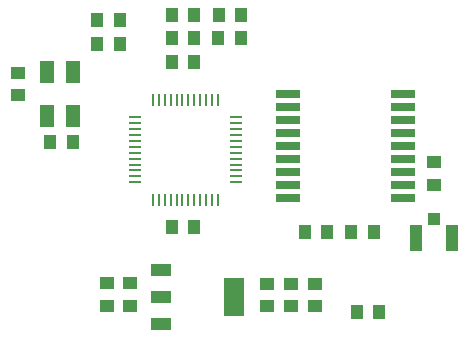
<source format=gbr>
G04 #@! TF.FileFunction,Paste,Top*
%FSLAX46Y46*%
G04 Gerber Fmt 4.6, Leading zero omitted, Abs format (unit mm)*
G04 Created by KiCad (PCBNEW 4.0.3-stable) date 12/05/16 18:01:04*
%MOMM*%
%LPD*%
G01*
G04 APERTURE LIST*
%ADD10C,0.100000*%
%ADD11R,1.140000X1.200000*%
%ADD12R,1.200000X1.140000*%
%ADD13R,1.700000X1.000000*%
%ADD14R,1.700000X3.300000*%
%ADD15R,2.000000X0.700000*%
%ADD16R,2.000000X0.800000*%
%ADD17R,1.000000X0.250000*%
%ADD18R,0.250000X1.000000*%
%ADD19R,1.200000X1.900000*%
%ADD20R,1.000000X1.100000*%
%ADD21R,1.050000X2.200000*%
G04 APERTURE END LIST*
D10*
D11*
X145000000Y-67000000D03*
X146900000Y-67000000D03*
D12*
X132000000Y-73850000D03*
X132000000Y-71950000D03*
X141500000Y-91650000D03*
X141500000Y-89750000D03*
X139500000Y-91650000D03*
X139500000Y-89750000D03*
X153100000Y-91700000D03*
X153100000Y-89800000D03*
X155100000Y-91700000D03*
X155100000Y-89800000D03*
D11*
X134700000Y-77800000D03*
X136600000Y-77800000D03*
X138700000Y-69500000D03*
X140600000Y-69500000D03*
X162550000Y-92200000D03*
X160650000Y-92200000D03*
X162100000Y-85400000D03*
X160200000Y-85400000D03*
D12*
X167200000Y-79500000D03*
X167200000Y-81400000D03*
X157100000Y-89800000D03*
X157100000Y-91700000D03*
D11*
X145000000Y-71000000D03*
X146900000Y-71000000D03*
X156250000Y-85400000D03*
X158150000Y-85400000D03*
X140600000Y-67500000D03*
X138700000Y-67500000D03*
X146900000Y-85000000D03*
X145000000Y-85000000D03*
X150900000Y-67000000D03*
X149000000Y-67000000D03*
X150850000Y-69000000D03*
X148950000Y-69000000D03*
D13*
X144100000Y-88600000D03*
X144100000Y-90900000D03*
X144100000Y-93200000D03*
D14*
X150300000Y-90900000D03*
D15*
X154850000Y-73700000D03*
D16*
X154850000Y-74800000D03*
X154850000Y-75900000D03*
X154850000Y-77000000D03*
X154850000Y-78100000D03*
X154850000Y-79200000D03*
X154850000Y-80300000D03*
X154850000Y-81400000D03*
D15*
X154850000Y-82500000D03*
X164550000Y-82500000D03*
D16*
X164550000Y-81400000D03*
X164550000Y-80300000D03*
X164550000Y-79200000D03*
X164550000Y-78100000D03*
X164550000Y-77000000D03*
X164550000Y-75900000D03*
X164550000Y-74800000D03*
D15*
X164550000Y-73700000D03*
D17*
X141900000Y-75700000D03*
X141900000Y-76200000D03*
X141900000Y-76700000D03*
X141900000Y-77200000D03*
X141900000Y-77700000D03*
X141900000Y-78200000D03*
X141900000Y-78700000D03*
X141900000Y-79200000D03*
X141900000Y-79700000D03*
X141900000Y-80200000D03*
X141900000Y-80700000D03*
X141900000Y-81200000D03*
D18*
X143400000Y-82700000D03*
X143900000Y-82700000D03*
X144400000Y-82700000D03*
X144900000Y-82700000D03*
X145400000Y-82700000D03*
X145900000Y-82700000D03*
X146400000Y-82700000D03*
X146900000Y-82700000D03*
X147400000Y-82700000D03*
X147900000Y-82700000D03*
X148400000Y-82700000D03*
X148900000Y-82700000D03*
D17*
X150400000Y-81200000D03*
X150400000Y-80700000D03*
X150400000Y-80200000D03*
X150400000Y-79700000D03*
X150400000Y-79200000D03*
X150400000Y-78700000D03*
X150400000Y-78200000D03*
X150400000Y-77700000D03*
X150400000Y-77200000D03*
X150400000Y-76700000D03*
X150400000Y-76200000D03*
X150400000Y-75700000D03*
D18*
X148900000Y-74200000D03*
X148400000Y-74200000D03*
X147900000Y-74200000D03*
X147400000Y-74200000D03*
X146900000Y-74200000D03*
X146400000Y-74200000D03*
X145900000Y-74200000D03*
X145400000Y-74200000D03*
X144900000Y-74200000D03*
X144400000Y-74200000D03*
X143900000Y-74200000D03*
X143400000Y-74200000D03*
D19*
X134400000Y-71850000D03*
X134400000Y-75550000D03*
X136600000Y-75550000D03*
X136600000Y-71850000D03*
D11*
X145000000Y-69000000D03*
X146900000Y-69000000D03*
D20*
X167200000Y-84350000D03*
D21*
X168700000Y-85900000D03*
X165700000Y-85900000D03*
M02*

</source>
